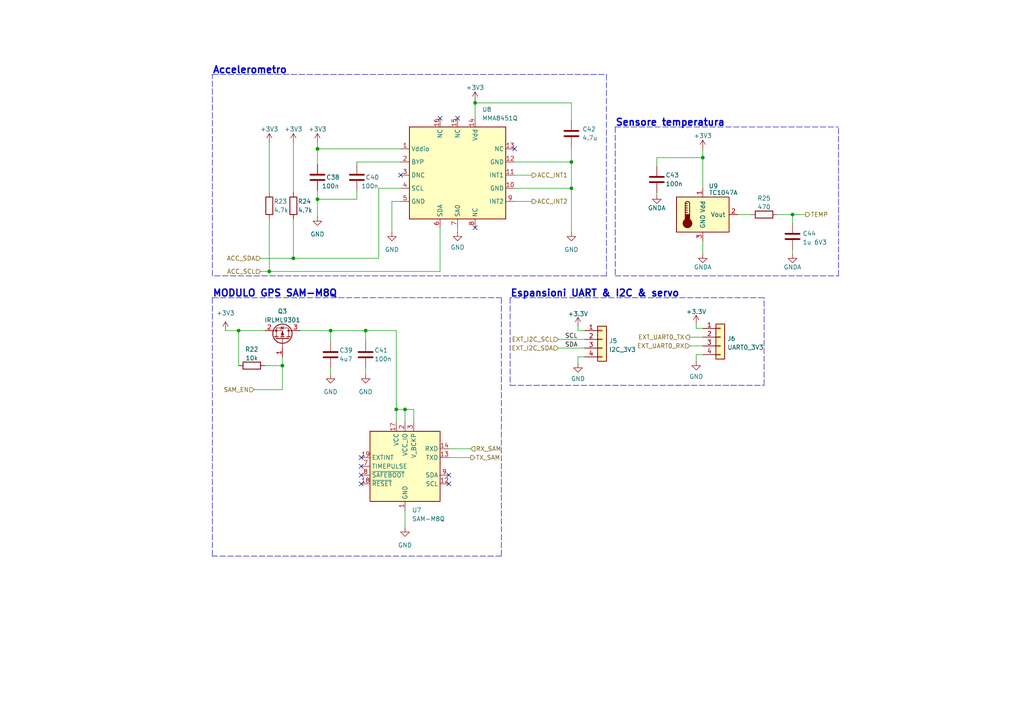
<source format=kicad_sch>
(kicad_sch (version 20211123) (generator eeschema)
  (paper "A4")
  (title_block (title "Scheda PSE RP2040") (date "2023-03-29") (rev "1.0") (comment 1 "Filippo Castellan ") (comment 2 "Edoardo Nicolodi") (comment 3 "Alessandro Speranza") (comment 4 "Ilaria Zamai"))
  (lib_symbols
    (symbol "Connector_Generic:Conn_01x04" (pin_names (offset 1.016) hide)
      (property "Reference" "J" (at 0 5.08 0))
      (property "Value" "Conn_01x04" (at 0 -7.62 0))
      (symbol "Conn_01x04_1_1"
        (rectangle (start -1.27 -4.953) (end 0 -5.207) (stroke (width 0.1524)))
        (rectangle (start -1.27 -2.413) (end 0 -2.667) (stroke (width 0.1524)))
        (rectangle (start -1.27 0.127) (end 0 -0.127) (stroke (width 0.1524)))
        (rectangle (start -1.27 2.667) (end 0 2.413) (stroke (width 0.1524)))
        (rectangle (start -1.27 3.81) (end 1.27 -6.35) (stroke (width 0.254)) (fill (type background)))
        (pin passive line (at -5.08 2.54 0) (length 3.81) (name "Pin_1") (number "1"))
        (pin passive line (at -5.08 0 0) (length 3.81) (name "Pin_2") (number "2"))
        (pin passive line (at -5.08 -2.54 0) (length 3.81) (name "Pin_3") (number "3"))
        (pin passive line (at -5.08 -5.08 0) (length 3.81) (name "Pin_4") (number "4"))
      )
    )
    (symbol "Device:C" (pin_numbers hide) (pin_names (offset 0.254))
      (property "Reference" "C" (at 0.635 2.54 0))
      (property "Value" "C" (at 0.635 -2.54 0))
      (symbol "C_0_1"
        (polyline (pts (xy -2.032 -0.762) (xy 2.032 -0.762)) (stroke (width 0.508)))
        (polyline (pts (xy -2.032 0.762) (xy 2.032 0.762)) (stroke (width 0.508)))
      )
      (symbol "C_1_1"
        (pin passive line (at 0 3.81 270) (length 2.794) (name "~") (number "1"))
        (pin passive line (at 0 -3.81 90) (length 2.794) (name "~") (number "2"))
      )
    )
    (symbol "Device:R" (pin_numbers hide) (pin_names (offset 0))
      (property "Reference" "R" (at 2.032 0 90))
      (property "Value" "R" (at 0 0 90))
      (symbol "R_0_1"
        (rectangle (start -1.016 -2.54) (end 1.016 2.54) (stroke (width 0.254)))
      )
      (symbol "R_1_1"
        (pin passive line (at 0 3.81 270) (length 1.27) (name "~") (number "1"))
        (pin passive line (at 0 -3.81 90) (length 1.27) (name "~") (number "2"))
      )
    )
    (symbol "MMA8451Q:MMA8451Q"
      (property "Reference" "U" (at 12.7 -13.97 0))
      (property "Value" "MMA8451Q" (at 12.7 -16.51 0))
      (symbol "MMA8451Q_0_1"
        (rectangle (start -13.97 13.97) (end 13.97 -12.7) (stroke (width 0.254)) (fill (type background)))
      )
      (symbol "MMA8451Q_1_1"
        (pin power_in line (at -16.51 7.62 0) (length 2.54) (name "Vddio") (number "1"))
        (pin power_in line (at 16.51 -3.81 180) (length 2.54) (name "GND") (number "10"))
        (pin output line (at 16.51 0 180) (length 2.54) (name "INT1") (number "11"))
        (pin power_in line (at 16.51 3.81 180) (length 2.54) (name "GND") (number "12"))
        (pin free line (at 16.51 7.62 180) (length 2.54) (name "NC") (number "13"))
        (pin power_in line (at 5.08 16.51 270) (length 2.54) (name "Vdd") (number "14"))
        (pin free line (at 0 16.51 270) (length 2.54) (name "NC") (number "15"))
        (pin free line (at -5.08 16.51 270) (length 2.54) (name "NC") (number "16"))
        (pin input line (at -16.51 3.81 0) (length 2.54) (name "BYP") (number "2"))
        (pin input line (at -16.51 0 0) (length 2.54) (name "DNC") (number "3"))
        (pin input line (at -16.51 -3.81 0) (length 2.54) (name "SCL") (number "4"))
        (pin power_in line (at -16.51 -7.62 0) (length 2.54) (name "GND") (number "5"))
        (pin output line (at -5.08 -15.24 90) (length 2.54) (name "SDA") (number "6"))
        (pin output line (at 0 -15.24 90) (length 2.54) (name "SA0") (number "7"))
        (pin free line (at 5.08 -15.24 90) (length 2.54) (name "NC") (number "8"))
        (pin output line (at 16.51 -7.62 180) (length 2.54) (name "INT2") (number "9"))
      )
    )
    (symbol "RF_GPS:SAM-M8Q"
      (property "Reference" "U" (at -8.89 11.43 0))
      (property "Value" "SAM-M8Q" (at 8.89 11.43 0))
      (symbol "SAM-M8Q_0_1"
        (rectangle (start -10.16 10.16) (end 10.16 -10.16) (stroke (width 0.254)) (fill (type background)))
      )
      (symbol "SAM-M8Q_1_1"
        (pin power_in line (at 0 -12.7 90) (length 2.54) (name "GND") (number "1"))
        (pin passive line (at 0 -12.7 90) (length 2.54) hide (name "GND") (number "10"))
        (pin passive line (at 0 -12.7 90) (length 2.54) hide (name "GND") (number "11"))
        (pin input line (at 12.7 -5.08 180) (length 2.54) (name "SCL") (number "12"))
        (pin output line (at 12.7 2.54 180) (length 2.54) (name "TXD") (number "13"))
        (pin input line (at 12.7 5.08 180) (length 2.54) (name "RXD") (number "14"))
        (pin passive line (at 0 -12.7 90) (length 2.54) hide (name "GND") (number "15"))
        (pin passive line (at 0 -12.7 90) (length 2.54) hide (name "GND") (number "16"))
        (pin power_in line (at -2.54 12.7 270) (length 2.54) (name "VCC") (number "17"))
        (pin input line (at -12.7 -5.08 0) (length 2.54) (name "~{RESET}") (number "18"))
        (pin input line (at -12.7 2.54 0) (length 2.54) (name "EXTINT") (number "19"))
        (pin power_in line (at 0 12.7 270) (length 2.54) (name "VCC_IO") (number "2"))
        (pin passive line (at 0 -12.7 90) (length 2.54) hide (name "GND") (number "20"))
        (pin power_in line (at 2.54 12.7 270) (length 2.54) (name "V_BCKP") (number "3"))
        (pin passive line (at 0 -12.7 90) (length 2.54) hide (name "GND") (number "4"))
        (pin passive line (at 0 -12.7 90) (length 2.54) hide (name "GND") (number "5"))
        (pin passive line (at 0 -12.7 90) (length 2.54) hide (name "GND") (number "6"))
        (pin output line (at -12.7 0 0) (length 2.54) (name "TIMEPULSE") (number "7"))
        (pin input line (at -12.7 -2.54 0) (length 2.54) (name "~{SAFEBOOT}") (number "8"))
        (pin bidirectional line (at 12.7 -2.54 180) (length 2.54) (name "SDA") (number "9"))
      )
    )
    (symbol "Sensor_Temperature:TC1047AxNB" (pin_names (offset 1.016))
      (property "Reference" "U" (at -6.35 6.35 0))
      (property "Value" "TC1047AxNB" (at 1.27 6.35 0))
      (symbol "TC1047AxNB_0_1"
        (rectangle (start -7.62 5.08) (end 7.62 -5.08) (stroke (width 0.254)) (fill (type background)))
        (circle (center -4.445 -2.54) (radius 1.27) (stroke (width 0.254)) (fill (type outline)))
        (rectangle (start -3.81 -1.905) (end -5.08 0) (stroke (width 0.254)) (fill (type outline)))
        (arc (start -3.81 3.175) (mid -4.445 3.81) (end -5.08 3.175) (stroke (width 0.254)))
        (polyline (pts (xy -5.08 0.635) (xy -4.445 0.635)) (stroke (width 0.254)))
        (polyline (pts (xy -5.08 1.27) (xy -4.445 1.27)) (stroke (width 0.254)))
        (polyline (pts (xy -5.08 1.905) (xy -4.445 1.905)) (stroke (width 0.254)))
        (polyline (pts (xy -5.08 2.54) (xy -4.445 2.54)) (stroke (width 0.254)))
        (polyline (pts (xy -5.08 3.175) (xy -5.08 0)) (stroke (width 0.254)))
        (polyline (pts (xy -5.08 3.175) (xy -4.445 3.175)) (stroke (width 0.254)))
        (polyline (pts (xy -3.81 3.175) (xy -3.81 0)) (stroke (width 0.254)))
      )
      (symbol "TC1047AxNB_1_1"
        (pin power_in line (at 0 7.62 270) (length 2.54) (name "Vdd") (number "1"))
        (pin output line (at 10.16 0 180) (length 2.54) (name "Vout") (number "2"))
        (pin power_in line (at 0 -7.62 90) (length 2.54) (name "GND") (number "3"))
      )
    )
    (symbol "Transistor_FET:IRLML9301" (pin_names hide)
      (property "Reference" "Q" (at 5.08 1.905 0))
      (property "Value" "IRLML9301" (at 5.08 0 0))
      (symbol "IRLML9301_0_1"
        (polyline (pts (xy 0.254 0) (xy -2.54 0)))
        (polyline (pts (xy 0.254 1.905) (xy 0.254 -1.905)) (stroke (width 0.254)))
        (polyline (pts (xy 0.762 -1.27) (xy 0.762 -2.286)) (stroke (width 0.254)))
        (polyline (pts (xy 0.762 0.508) (xy 0.762 -0.508)) (stroke (width 0.254)))
        (polyline (pts (xy 0.762 2.286) (xy 0.762 1.27)) (stroke (width 0.254)))
        (polyline (pts (xy 2.54 2.54) (xy 2.54 1.778)))
        (polyline (pts (xy 2.54 -2.54) (xy 2.54 0) (xy 0.762 0)))
        (polyline (pts (xy 0.762 1.778) (xy 3.302 1.778) (xy 3.302 -1.778) (xy 0.762 -1.778)))
        (polyline (pts (xy 2.286 0) (xy 1.27 0.381) (xy 1.27 -0.381) (xy 2.286 0)) (fill (type outline)))
        (polyline (pts (xy 2.794 -0.508) (xy 2.921 -0.381) (xy 3.683 -0.381) (xy 3.81 -0.254)))
        (polyline (pts (xy 3.302 -0.381) (xy 2.921 0.254) (xy 3.683 0.254) (xy 3.302 -0.381)))
        (circle (center 1.651 0) (radius 2.794) (stroke (width 0.254)))
        (circle (center 2.54 -1.778) (radius 0.254) (fill (type outline)))
        (circle (center 2.54 1.778) (radius 0.254) (fill (type outline)))
      )
      (symbol "IRLML9301_1_1"
        (pin input line (at -5.08 0 0) (length 2.54) (name "G") (number "1"))
        (pin passive line (at 2.54 -5.08 90) (length 2.54) (name "S") (number "2"))
        (pin passive line (at 2.54 5.08 270) (length 2.54) (name "D") (number "3"))
      )
    )
    (symbol "power:+3.3V" (power) (pin_names (offset 0))
      (property "Value" "+3.3V" (at 0 3.556 0))
      (symbol "+3.3V_0_1"
        (polyline (pts (xy -0.762 1.27) (xy 0 2.54)))
        (polyline (pts (xy 0 0) (xy 0 2.54)))
        (polyline (pts (xy 0 2.54) (xy 0.762 1.27)))
      )
      (symbol "+3.3V_1_1"
        (pin power_in line (at 0 0 90) (length 0) hide (name "+3.3V") (number "1"))
      )
    )
    (symbol "power:+3V3" (power) (pin_names (offset 0))
      (property "Value" "+3V3" (at 0 3.556 0))
      (symbol "+3V3_0_1"
        (polyline (pts (xy -0.762 1.27) (xy 0 2.54)))
        (polyline (pts (xy 0 0) (xy 0 2.54)))
        (polyline (pts (xy 0 2.54) (xy 0.762 1.27)))
      )
      (symbol "+3V3_1_1"
        (pin power_in line (at 0 0 90) (length 0) hide (name "+3V3") (number "1"))
      )
    )
    (symbol "power:GND" (power) (pin_names (offset 0))
      (property "Value" "GND" (at 0 -3.81 0))
      (symbol "GND_0_1"
        (polyline (pts (xy 0 0) (xy 0 -1.27) (xy 1.27 -1.27) (xy 0 -2.54) (xy -1.27 -1.27) (xy 0 -1.27)))
      )
      (symbol "GND_1_1"
        (pin power_in line (at 0 0 270) (length 0) hide (name "GND") (number "1"))
      )
    )
    (symbol "power:GNDA" (power) (pin_names (offset 0))
      (property "Value" "GNDA" (at 0 -3.81 0))
      (symbol "GNDA_0_1"
        (polyline (pts (xy 0 0) (xy 0 -1.27) (xy 1.27 -1.27) (xy 0 -2.54) (xy -1.27 -1.27) (xy 0 -1.27)))
      )
      (symbol "GNDA_1_1"
        (pin power_in line (at 0 0 270) (length 0) hide (name "GNDA") (number "1"))
      )
    )
  )
  (junction (at 117.475 118.745))
  (junction (at 165.735 46.99))
  (junction (at 106.045 95.885))
  (junction (at 85.09 74.93))
  (junction (at 203.835 45.72))
  (junction (at 114.935 118.745))
  (junction (at 165.735 54.61))
  (junction (at 92.075 57.785))
  (junction (at 81.915 106.045))
  (junction (at 92.075 43.18))
  (junction (at 95.885 95.885))
  (junction (at 78.105 78.74))
  (junction (at 69.215 95.885))
  (junction (at 137.795 29.845))
  (junction (at 229.87 62.23))
  (no_connect (at 132.715 34.29))
  (no_connect (at 104.775 135.255))
  (no_connect (at 104.775 137.795))
  (no_connect (at 127.635 34.29))
  (no_connect (at 116.205 50.8))
  (no_connect (at 130.175 140.335))
  (no_connect (at 149.225 43.18))
  (no_connect (at 104.775 132.715))
  (no_connect (at 104.775 140.335))
  (no_connect (at 130.175 137.795))
  (no_connect (at 137.795 66.04))
  (wire (pts (xy 92.075 55.245) (xy 92.075 57.785)))
  (wire (pts (xy 203.835 69.85) (xy 203.835 73.66)))
  (wire (pts (xy 201.93 102.87) (xy 201.93 104.775)))
  (wire (pts (xy 161.925 100.965) (xy 169.545 100.965)))
  (polyline (pts (xy 61.595 86.36) (xy 61.595 161.29)))
  (wire (pts (xy 113.665 58.42) (xy 113.665 67.31)))
  (wire (pts (xy 116.205 54.61) (xy 109.855 54.61)))
  (wire (pts (xy 85.09 74.93) (xy 109.855 74.93)))
  (wire (pts (xy 203.835 102.87) (xy 201.93 102.87)))
  (wire (pts (xy 229.87 72.39) (xy 229.87 73.66)))
  (polyline (pts (xy 145.415 161.29) (xy 61.595 161.29)))
  (wire (pts (xy 76.835 106.045) (xy 81.915 106.045)))
  (wire (pts (xy 200.025 97.79) (xy 203.835 97.79)))
  (wire (pts (xy 103.505 55.245) (xy 103.505 57.785)))
  (wire (pts (xy 117.475 118.745) (xy 120.015 118.745)))
  (wire (pts (xy 149.225 50.8) (xy 154.305 50.8)))
  (wire (pts (xy 114.935 95.885) (xy 114.935 118.745)))
  (wire (pts (xy 95.885 95.885) (xy 106.045 95.885)))
  (wire (pts (xy 169.545 103.505) (xy 167.64 103.505)))
  (wire (pts (xy 78.105 78.74) (xy 127.635 78.74)))
  (polyline (pts (xy 147.955 111.76) (xy 221.615 111.76)))
  (wire (pts (xy 165.735 46.99) (xy 165.735 54.61)))
  (wire (pts (xy 229.87 62.23) (xy 229.87 64.77)))
  (wire (pts (xy 203.835 45.72) (xy 203.835 54.61)))
  (wire (pts (xy 95.885 106.68) (xy 95.885 108.585)))
  (polyline (pts (xy 61.595 21.59) (xy 175.895 21.59)))
  (wire (pts (xy 81.915 113.03) (xy 81.915 106.045)))
  (wire (pts (xy 149.225 54.61) (xy 165.735 54.61)))
  (polyline (pts (xy 178.435 36.83) (xy 178.435 80.01)))
  (polyline (pts (xy 175.895 80.01) (xy 61.595 80.01)))
  (wire (pts (xy 132.715 66.04) (xy 132.715 67.31)))
  (wire (pts (xy 92.075 41.275) (xy 92.075 43.18)))
  (wire (pts (xy 106.045 95.885) (xy 106.045 99.06)))
  (wire (pts (xy 95.885 95.885) (xy 95.885 99.06)))
  (wire (pts (xy 225.425 62.23) (xy 229.87 62.23)))
  (wire (pts (xy 117.475 118.745) (xy 114.935 118.745)))
  (wire (pts (xy 92.075 43.18) (xy 92.075 47.625)))
  (wire (pts (xy 137.795 29.21) (xy 137.795 29.845)))
  (wire (pts (xy 137.795 29.845) (xy 137.795 34.29)))
  (wire (pts (xy 130.175 132.715) (xy 136.525 132.715)))
  (wire (pts (xy 65.405 95.885) (xy 69.215 95.885)))
  (wire (pts (xy 78.105 41.275) (xy 78.105 55.88)))
  (wire (pts (xy 200.025 100.33) (xy 203.835 100.33)))
  (wire (pts (xy 165.735 54.61) (xy 165.735 67.31)))
  (wire (pts (xy 85.09 63.5) (xy 85.09 74.93)))
  (wire (pts (xy 190.5 56.515) (xy 190.5 55.88)))
  (polyline (pts (xy 145.415 86.36) (xy 145.415 161.29)))
  (wire (pts (xy 116.205 58.42) (xy 113.665 58.42)))
  (wire (pts (xy 229.87 62.23) (xy 233.68 62.23)))
  (wire (pts (xy 78.105 63.5) (xy 78.105 78.74)))
  (wire (pts (xy 106.045 95.885) (xy 114.935 95.885)))
  (polyline (pts (xy 178.435 80.01) (xy 243.205 80.01)))
  (polyline (pts (xy 61.595 80.01) (xy 61.595 21.59)))
  (wire (pts (xy 201.93 93.98) (xy 201.93 95.25)))
  (wire (pts (xy 213.995 62.23) (xy 217.805 62.23)))
  (wire (pts (xy 69.215 95.885) (xy 76.835 95.885)))
  (wire (pts (xy 127.635 66.04) (xy 127.635 78.74)))
  (wire (pts (xy 137.795 29.845) (xy 165.735 29.845)))
  (polyline (pts (xy 61.595 86.36) (xy 145.415 86.36)))
  (wire (pts (xy 106.045 106.68) (xy 106.045 108.585)))
  (wire (pts (xy 103.505 57.785) (xy 92.075 57.785)))
  (wire (pts (xy 149.225 58.42) (xy 154.305 58.42)))
  (wire (pts (xy 167.64 94.615) (xy 167.64 95.885)))
  (wire (pts (xy 167.64 95.885) (xy 169.545 95.885)))
  (wire (pts (xy 117.475 147.955) (xy 117.475 153.035)))
  (wire (pts (xy 75.565 74.93) (xy 85.09 74.93)))
  (polyline (pts (xy 178.435 36.83) (xy 243.205 36.83)))
  (wire (pts (xy 167.64 103.505) (xy 167.64 105.41)))
  (wire (pts (xy 149.225 46.99) (xy 165.735 46.99)))
  (wire (pts (xy 161.925 98.425) (xy 169.545 98.425)))
  (wire (pts (xy 75.565 78.74) (xy 78.105 78.74)))
  (polyline (pts (xy 147.955 86.36) (xy 147.955 111.76)))
  (polyline (pts (xy 175.895 21.59) (xy 175.895 80.01)))
  (wire (pts (xy 190.5 45.72) (xy 190.5 48.26)))
  (wire (pts (xy 116.205 46.99) (xy 103.505 46.99)))
  (wire (pts (xy 116.205 43.18) (xy 92.075 43.18)))
  (wire (pts (xy 120.015 118.745) (xy 120.015 122.555)))
  (wire (pts (xy 103.505 46.99) (xy 103.505 47.625)))
  (wire (pts (xy 203.835 45.72) (xy 190.5 45.72)))
  (wire (pts (xy 81.915 106.045) (xy 81.915 103.505)))
  (wire (pts (xy 201.93 95.25) (xy 203.835 95.25)))
  (wire (pts (xy 165.735 29.845) (xy 165.735 34.925)))
  (wire (pts (xy 92.075 57.785) (xy 92.075 62.865)))
  (wire (pts (xy 114.935 118.745) (xy 114.935 122.555)))
  (wire (pts (xy 165.735 42.545) (xy 165.735 46.99)))
  (polyline (pts (xy 243.205 80.01) (xy 243.205 36.83)))
  (wire (pts (xy 69.215 95.885) (xy 69.215 106.045)))
  (wire (pts (xy 109.855 54.61) (xy 109.855 74.93)))
  (wire (pts (xy 130.175 130.175) (xy 136.525 130.175)))
  (wire (pts (xy 117.475 122.555) (xy 117.475 118.745)))
  (wire (pts (xy 85.09 41.275) (xy 85.09 55.88)))
  (wire (pts (xy 73.66 113.03) (xy 81.915 113.03)))
  (wire (pts (xy 86.995 95.885) (xy 95.885 95.885)))
  (wire (pts (xy 203.835 43.18) (xy 203.835 45.72)))
  (polyline (pts (xy 221.615 86.36) (xy 147.955 86.36)))
  (polyline (pts (xy 221.615 111.76) (xy 221.615 86.36)))
  (text "MODULO GPS SAM-M8Q" (at 61.595 86.36 0) (effects (font (size 2 2) (thickness 0.4) bold) (justify left bottom)))
  (text "Accelerometro\n" (at 61.595 21.59 0) (effects (font (size 2 2) (thickness 0.4) bold) (justify left bottom)))
  (text "Espansioni UART & I2C & servo" (at 147.955 86.36 0) (effects (font (size 2 2) (thickness 0.4) bold) (justify left bottom)))
  (text "Sensore temperatura" (at 178.435 36.83 0) (effects (font (size 2 2) (thickness 0.4) bold) (justify left bottom)))
  (label "SDA" (at 163.83 100.965 0))
  (label "SCL" (at 163.83 98.425 0))
  (hierarchical_label "ACC_SDA" (shape input) (at 75.565 74.93 180))
  (hierarchical_label "EXT_UART0_TX" (shape output) (at 200.025 97.79 180))
  (hierarchical_label "SAM_EN" (shape input) (at 73.66 113.03 180))
  (hierarchical_label "ACC_SCL" (shape input) (at 75.565 78.74 180))
  (hierarchical_label "ACC_INT1" (shape output) (at 154.305 50.8 0))
  (hierarchical_label "EXT_I2C_SDA" (shape input) (at 161.925 100.965 180))
  (hierarchical_label "RX_SAM" (shape input) (at 136.525 130.175 0))
  (hierarchical_label "TX_SAM" (shape output) (at 136.525 132.715 0))
  (hierarchical_label "ACC_INT2" (shape output) (at 154.305 58.42 0))
  (hierarchical_label "EXT_UART0_RX" (shape input) (at 200.025 100.33 180))
  (hierarchical_label "EXT_I2C_SCL" (shape input) (at 161.925 98.425 180))
  (hierarchical_label "TEMP" (shape output) (at 233.68 62.23 0))
  (symbol (lib_id "Connector_Generic:Conn_01x04") (at 208.915 97.79 0) (unit 1)
    (property "Reference" "J6" (at 210.947 98.2253 0) (effects (justify left)))
    (property "Value" "UART0_3V3" (at 210.947 100.7622 0) (effects (justify left)))
    (property "Footprint" "Connector_JST:JST_XH_B4B-XH-A_1x04_P2.50mm_Vertical" (effects hide))
  )
  (symbol (lib_id "power:GND") (at 132.715 67.31 0) (unit 1)
    (property "Reference" "#PWR080" (effects hide))
    (property "Value" "GND" (at 132.715 71.7534 0))
  )
  (symbol (lib_id "Device:C") (at 103.505 51.435 0) (unit 1)
    (property "Reference" "C40" (at 106.045 51.435 0) (effects (justify left)))
    (property "Value" "100n" (at 104.775 53.975 0) (effects (justify left)))
    (property "Footprint" "Capacitor_SMD:C_0603_1608Metric" (effects hide))
  )
  (symbol (lib_id "Device:R") (at 78.105 59.69 0) (unit 1)
    (property "Reference" "R23" (at 79.375 58.42 0) (effects (justify left)))
    (property "Value" "4.7k" (at 79.375 60.96 0) (effects (justify left)))
    (property "Footprint" "Resistor_SMD:R_0603_1608Metric" (effects hide))
  )
  (symbol (lib_id "power:GND") (at 165.735 67.31 0) (unit 1)
    (property "Reference" "#PWR082" (effects hide))
    (property "Value" "GND" (at 165.735 72.39 0))
  )
  (symbol (lib_id "Device:R") (at 221.615 62.23 90) (unit 1)
    (property "Reference" "R25" (at 221.615 57.5142 90))
    (property "Value" "470" (at 221.615 60.0511 90))
    (property "Footprint" "Resistor_SMD:R_0603_1608Metric" (effects hide))
  )
  (symbol (lib_id "power:GND") (at 106.045 108.585 0) (unit 1)
    (property "Reference" "#PWR077" (effects hide))
    (property "Value" "GND" (at 106.045 113.665 0))
  )
  (symbol (lib_id "power:GND") (at 92.075 62.865 0) (unit 1)
    (property "Reference" "#PWR075" (effects hide))
    (property "Value" "GND" (at 92.075 67.945 0))
  )
  (symbol (lib_id "power:+3.3V") (at 167.64 94.615 0) (unit 1)
    (property "Reference" "#PWR083" (effects hide))
    (property "Value" "+3.3V" (at 167.64 91.0392 0))
  )
  (symbol (lib_id "power:GNDA") (at 190.5 56.515 0) (unit 1)
    (property "Reference" "#PWR085" (effects hide))
    (property "Value" "GNDA" (at 190.5 60.325 0))
  )
  (symbol (lib_id "Sensor_Temperature:TC1047AxNB") (at 203.835 62.23 0) (unit 1)
    (property "Reference" "U9" (at 208.28 53.975 0) (effects (justify right)))
    (property "Value" "TC1047A" (at 213.995 55.88 0) (effects (justify right)))
    (property "Footprint" "Package_TO_SOT_SMD:SOT-23" (effects hide))
    (property "Datasheet" "http://ww1.microchip.com/downloads/en/DeviceDoc/21498D.pdf" (effects hide))
  )
  (symbol (lib_id "Device:C") (at 95.885 102.87 0) (unit 1)
    (property "Reference" "C39" (at 98.425 101.6 0) (effects (justify left)))
    (property "Value" "4u7" (at 98.425 104.14 0) (effects (justify left)))
    (property "Footprint" "Capacitor_SMD:C_0603_1608Metric" (effects hide))
  )
  (symbol (lib_id "RF_GPS:SAM-M8Q") (at 117.475 135.255 0) (unit 1)
    (property "Reference" "U7" (at 119.4944 147.955 0) (effects (justify left)))
    (property "Value" "SAM-M8Q" (at 119.4944 150.495 0) (effects (justify left)))
    (property "Footprint" "_PSE:SAM_M8Q" (effects hide))
    (property "Datasheet" "https://www.u-blox.com/sites/default/files/SAM-M8Q_DataSheet_%28UBX-16012619%29.pdf" (effects hide))
  )
  (symbol (lib_id "Device:R") (at 73.025 106.045 90) (unit 1)
    (property "Reference" "R22" (at 73.025 101.3292 90))
    (property "Value" "10k" (at 73.025 103.8661 90))
    (property "Footprint" "Resistor_SMD:R_0603_1608Metric" (effects hide))
  )
  (symbol (lib_id "power:GND") (at 201.93 104.775 0) (unit 1)
    (property "Reference" "#PWR087" (effects hide))
    (property "Value" "GND" (at 201.93 109.2184 0))
  )
  (symbol (lib_id "power:GND") (at 113.665 67.31 0) (unit 1)
    (property "Reference" "#PWR078" (effects hide))
    (property "Value" "GND" (at 113.665 72.39 0))
  )
  (symbol (lib_id "power:GNDA") (at 229.87 73.66 0) (unit 1)
    (property "Reference" "#PWR090" (effects hide))
    (property "Value" "GNDA" (at 229.87 77.47 0))
  )
  (symbol (lib_id "power:+3.3V") (at 201.93 93.98 0) (unit 1)
    (property "Reference" "#PWR086" (effects hide))
    (property "Value" "+3.3V" (at 201.93 90.4042 0))
  )
  (symbol (lib_id "power:GND") (at 167.64 105.41 0) (unit 1)
    (property "Reference" "#PWR084" (effects hide))
    (property "Value" "GND" (at 167.64 109.8534 0))
  )
  (symbol (lib_id "Transistor_FET:IRLML9301") (at 81.915 98.425 270) (mirror x) (unit 1)
    (property "Reference" "Q3" (at 81.915 90.2802 90))
    (property "Value" "IRLML9301" (at 81.915 92.8171 90))
    (property "Footprint" "Package_TO_SOT_SMD:SOT-23" (effects hide))
    (property "Datasheet" "https://www.infineon.com/dgdl/irlml9301pbf.pdf?fileId=5546d462533600a401535668e5e42640" (effects hide))
  )
  (symbol (lib_id "power:+3V3") (at 65.405 95.885 0) (unit 1)
    (property "Reference" "#PWR071" (effects hide))
    (property "Value" "+3V3" (at 65.405 90.805 0))
  )
  (symbol (lib_id "Connector_Generic:Conn_01x04") (at 174.625 98.425 0) (unit 1)
    (property "Reference" "J5" (at 176.657 98.8603 0) (effects (justify left)))
    (property "Value" "I2C_3V3" (at 176.657 101.3972 0) (effects (justify left)))
    (property "Footprint" "Connector_JST:JST_XH_B4B-XH-A_1x04_P2.50mm_Vertical" (effects hide))
  )
  (symbol (lib_id "Device:C") (at 106.045 102.87 0) (unit 1)
    (property "Reference" "C41" (at 108.585 101.6 0) (effects (justify left)))
    (property "Value" "100n" (at 108.585 104.14 0) (effects (justify left)))
    (property "Footprint" "Capacitor_SMD:C_0603_1608Metric" (effects hide))
  )
  (symbol (lib_id "Device:C") (at 229.87 68.58 0) (unit 1)
    (property "Reference" "C44" (at 232.791 67.7453 0) (effects (justify left)))
    (property "Value" "1u 6V3" (at 232.791 70.2822 0) (effects (justify left)))
    (property "Footprint" "Capacitor_SMD:C_0603_1608Metric" (effects hide))
  )
  (symbol (lib_id "Device:C") (at 165.735 38.735 0) (unit 1)
    (property "Reference" "C42" (at 168.91 37.465 0) (effects (justify left)))
    (property "Value" "4.7u" (at 168.91 40.005 0) (effects (justify left)))
    (property "Footprint" "Capacitor_SMD:C_0603_1608Metric" (effects hide))
  )
  (symbol (lib_id "power:+3V3") (at 137.795 29.21 0) (unit 1)
    (property "Reference" "#PWR081" (effects hide))
    (property "Value" "+3V3" (at 137.795 25.4 0))
  )
  (symbol (lib_id "power:+3V3") (at 92.075 41.275 0) (unit 1)
    (property "Reference" "#PWR074" (effects hide))
    (property "Value" "+3V3" (at 92.075 37.465 0))
  )
  (symbol (lib_id "power:GND") (at 117.475 153.035 0) (unit 1)
    (property "Reference" "#PWR079" (effects hide))
    (property "Value" "GND" (at 117.475 158.115 0))
  )
  (symbol (lib_id "power:GND") (at 95.885 108.585 0) (unit 1)
    (property "Reference" "#PWR076" (effects hide))
    (property "Value" "GND" (at 95.885 113.665 0))
  )
  (symbol (lib_id "Device:C") (at 190.5 52.07 0) (unit 1)
    (property "Reference" "C43" (at 193.04 50.8 0) (effects (justify left)))
    (property "Value" "100n" (at 193.04 53.34 0) (effects (justify left)))
    (property "Footprint" "Capacitor_SMD:C_0603_1608Metric" (effects hide))
  )
  (symbol (lib_id "power:+3V3") (at 85.09 41.275 0) (unit 1)
    (property "Reference" "#PWR073" (effects hide))
    (property "Value" "+3V3" (at 85.09 37.465 0))
  )
  (symbol (lib_id "power:+3V3") (at 203.835 43.18 0) (unit 1)
    (property "Reference" "#PWR088" (effects hide))
    (property "Value" "+3V3" (at 203.835 39.37 0))
  )
  (symbol (lib_id "Device:R") (at 85.09 59.69 0) (unit 1)
    (property "Reference" "R24" (at 86.36 58.42 0) (effects (justify left)))
    (property "Value" "4.7k" (at 86.36 60.96 0) (effects (justify left)))
    (property "Footprint" "Resistor_SMD:R_0603_1608Metric" (effects hide))
  )
  (symbol (lib_id "power:GNDA") (at 203.835 73.66 0) (unit 1)
    (property "Reference" "#PWR089" (effects hide))
    (property "Value" "GNDA" (at 203.835 77.47 0))
  )
  (symbol (lib_id "Device:C") (at 92.075 51.435 0) (unit 1)
    (property "Reference" "C38" (at 94.615 51.435 0) (effects (justify left)))
    (property "Value" "100n" (at 93.345 53.975 0) (effects (justify left)))
    (property "Footprint" "Capacitor_SMD:C_0603_1608Metric" (effects hide))
  )
  (symbol (lib_id "MMA8451Q:MMA8451Q") (at 132.715 50.8 0) (unit 1)
    (property "Reference" "U8" (at 139.8144 31.75 0) (effects (justify left)))
    (property "Value" "MMA8451Q" (at 139.8144 34.29 0) (effects (justify left)))
    (property "Footprint" "_PSE:QFN-16" (effects hide))
    (property "Datasheet" "https://www.nxp.com/docs/en/data-sheet/MMA8451Q.pdf" (effects hide))
  )
  (symbol (lib_id "power:+3V3") (at 78.105 41.275 0) (unit 1)
    (property "Reference" "#PWR072" (effects hide))
    (property "Value" "+3V3" (at 78.105 37.465 0))
  )
)
</source>
